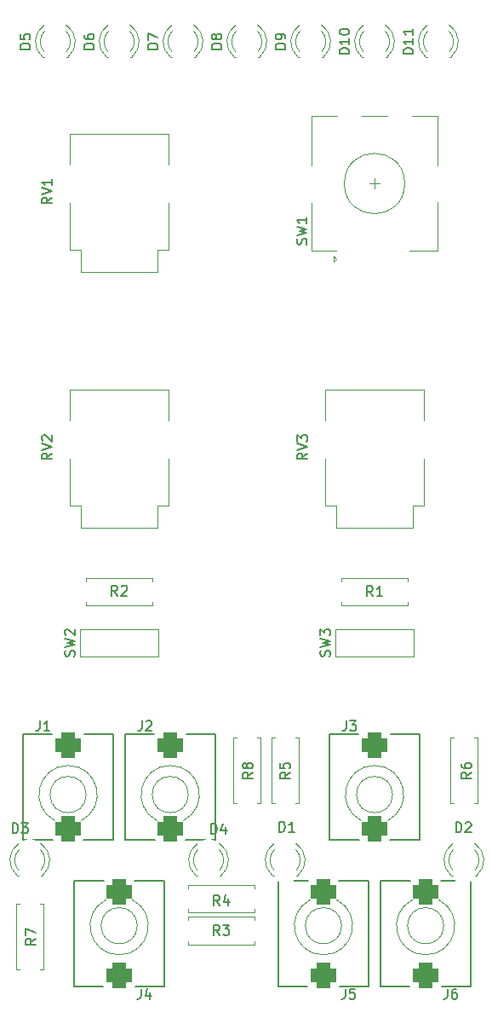
<source format=gbr>
%TF.GenerationSoftware,KiCad,Pcbnew,7.0.2*%
%TF.CreationDate,2023-04-23T21:02:48-07:00*%
%TF.ProjectId,rng_pcb_front,726e675f-7063-4625-9f66-726f6e742e6b,v2.0*%
%TF.SameCoordinates,Original*%
%TF.FileFunction,Legend,Top*%
%TF.FilePolarity,Positive*%
%FSLAX46Y46*%
G04 Gerber Fmt 4.6, Leading zero omitted, Abs format (unit mm)*
G04 Created by KiCad (PCBNEW 7.0.2) date 2023-04-23 21:02:48*
%MOMM*%
%LPD*%
G01*
G04 APERTURE LIST*
G04 Aperture macros list*
%AMRoundRect*
0 Rectangle with rounded corners*
0 $1 Rounding radius*
0 $2 $3 $4 $5 $6 $7 $8 $9 X,Y pos of 4 corners*
0 Add a 4 corners polygon primitive as box body*
4,1,4,$2,$3,$4,$5,$6,$7,$8,$9,$2,$3,0*
0 Add four circle primitives for the rounded corners*
1,1,$1+$1,$2,$3*
1,1,$1+$1,$4,$5*
1,1,$1+$1,$6,$7*
1,1,$1+$1,$8,$9*
0 Add four rect primitives between the rounded corners*
20,1,$1+$1,$2,$3,$4,$5,0*
20,1,$1+$1,$4,$5,$6,$7,0*
20,1,$1+$1,$6,$7,$8,$9,0*
20,1,$1+$1,$8,$9,$2,$3,0*%
G04 Aperture macros list end*
%ADD10C,0.150000*%
%ADD11C,0.120000*%
%ADD12C,0.200000*%
%ADD13R,1.800000X1.800000*%
%ADD14C,1.800000*%
%ADD15O,3.100000X2.100000*%
%ADD16RoundRect,0.650000X0.650000X0.650000X-0.650000X0.650000X-0.650000X-0.650000X0.650000X-0.650000X0*%
%ADD17O,2.720000X3.240000*%
%ADD18R,2.000000X2.000000*%
%ADD19C,2.000000*%
%ADD20R,2.500000X3.000000*%
%ADD21C,1.600000*%
%ADD22O,1.600000X1.600000*%
%ADD23RoundRect,0.650000X-0.650000X-0.650000X0.650000X-0.650000X0.650000X0.650000X-0.650000X0.650000X0*%
%ADD24C,1.700000*%
%ADD25O,1.700000X1.700000*%
%ADD26R,1.700000X1.700000*%
G04 APERTURE END LIST*
D10*
%TO.C,D1*%
X54033574Y-133068066D02*
X54033574Y-132068066D01*
X54033574Y-132068066D02*
X54271669Y-132068066D01*
X54271669Y-132068066D02*
X54414526Y-132115685D01*
X54414526Y-132115685D02*
X54509764Y-132210923D01*
X54509764Y-132210923D02*
X54557383Y-132306161D01*
X54557383Y-132306161D02*
X54605002Y-132496637D01*
X54605002Y-132496637D02*
X54605002Y-132639494D01*
X54605002Y-132639494D02*
X54557383Y-132829970D01*
X54557383Y-132829970D02*
X54509764Y-132925208D01*
X54509764Y-132925208D02*
X54414526Y-133020447D01*
X54414526Y-133020447D02*
X54271669Y-133068066D01*
X54271669Y-133068066D02*
X54033574Y-133068066D01*
X55557383Y-133068066D02*
X54985955Y-133068066D01*
X55271669Y-133068066D02*
X55271669Y-132068066D01*
X55271669Y-132068066D02*
X55176431Y-132210923D01*
X55176431Y-132210923D02*
X55081193Y-132306161D01*
X55081193Y-132306161D02*
X54985955Y-132353780D01*
%TO.C,J4*%
X40266666Y-148662619D02*
X40266666Y-149376904D01*
X40266666Y-149376904D02*
X40219047Y-149519761D01*
X40219047Y-149519761D02*
X40123809Y-149615000D01*
X40123809Y-149615000D02*
X39980952Y-149662619D01*
X39980952Y-149662619D02*
X39885714Y-149662619D01*
X41171428Y-148995952D02*
X41171428Y-149662619D01*
X40933333Y-148615000D02*
X40695238Y-149329285D01*
X40695238Y-149329285D02*
X41314285Y-149329285D01*
%TO.C,RV3*%
X56822619Y-95485238D02*
X56346428Y-95818571D01*
X56822619Y-96056666D02*
X55822619Y-96056666D01*
X55822619Y-96056666D02*
X55822619Y-95675714D01*
X55822619Y-95675714D02*
X55870238Y-95580476D01*
X55870238Y-95580476D02*
X55917857Y-95532857D01*
X55917857Y-95532857D02*
X56013095Y-95485238D01*
X56013095Y-95485238D02*
X56155952Y-95485238D01*
X56155952Y-95485238D02*
X56251190Y-95532857D01*
X56251190Y-95532857D02*
X56298809Y-95580476D01*
X56298809Y-95580476D02*
X56346428Y-95675714D01*
X56346428Y-95675714D02*
X56346428Y-96056666D01*
X55822619Y-95199523D02*
X56822619Y-94866190D01*
X56822619Y-94866190D02*
X55822619Y-94532857D01*
X55822619Y-94294761D02*
X55822619Y-93675714D01*
X55822619Y-93675714D02*
X56203571Y-94009047D01*
X56203571Y-94009047D02*
X56203571Y-93866190D01*
X56203571Y-93866190D02*
X56251190Y-93770952D01*
X56251190Y-93770952D02*
X56298809Y-93723333D01*
X56298809Y-93723333D02*
X56394047Y-93675714D01*
X56394047Y-93675714D02*
X56632142Y-93675714D01*
X56632142Y-93675714D02*
X56727380Y-93723333D01*
X56727380Y-93723333D02*
X56775000Y-93770952D01*
X56775000Y-93770952D02*
X56822619Y-93866190D01*
X56822619Y-93866190D02*
X56822619Y-94151904D01*
X56822619Y-94151904D02*
X56775000Y-94247142D01*
X56775000Y-94247142D02*
X56727380Y-94294761D01*
%TO.C,D4*%
X47249242Y-133293350D02*
X47249242Y-132293350D01*
X47249242Y-132293350D02*
X47487337Y-132293350D01*
X47487337Y-132293350D02*
X47630194Y-132340969D01*
X47630194Y-132340969D02*
X47725432Y-132436207D01*
X47725432Y-132436207D02*
X47773051Y-132531445D01*
X47773051Y-132531445D02*
X47820670Y-132721921D01*
X47820670Y-132721921D02*
X47820670Y-132864778D01*
X47820670Y-132864778D02*
X47773051Y-133055254D01*
X47773051Y-133055254D02*
X47725432Y-133150492D01*
X47725432Y-133150492D02*
X47630194Y-133245731D01*
X47630194Y-133245731D02*
X47487337Y-133293350D01*
X47487337Y-133293350D02*
X47249242Y-133293350D01*
X48677813Y-132626683D02*
X48677813Y-133293350D01*
X48439718Y-132245731D02*
X48201623Y-132960016D01*
X48201623Y-132960016D02*
X48820670Y-132960016D01*
%TO.C,J6*%
X70746666Y-148662619D02*
X70746666Y-149376904D01*
X70746666Y-149376904D02*
X70699047Y-149519761D01*
X70699047Y-149519761D02*
X70603809Y-149615000D01*
X70603809Y-149615000D02*
X70460952Y-149662619D01*
X70460952Y-149662619D02*
X70365714Y-149662619D01*
X71651428Y-148662619D02*
X71460952Y-148662619D01*
X71460952Y-148662619D02*
X71365714Y-148710238D01*
X71365714Y-148710238D02*
X71318095Y-148757857D01*
X71318095Y-148757857D02*
X71222857Y-148900714D01*
X71222857Y-148900714D02*
X71175238Y-149091190D01*
X71175238Y-149091190D02*
X71175238Y-149472142D01*
X71175238Y-149472142D02*
X71222857Y-149567380D01*
X71222857Y-149567380D02*
X71270476Y-149615000D01*
X71270476Y-149615000D02*
X71365714Y-149662619D01*
X71365714Y-149662619D02*
X71556190Y-149662619D01*
X71556190Y-149662619D02*
X71651428Y-149615000D01*
X71651428Y-149615000D02*
X71699047Y-149567380D01*
X71699047Y-149567380D02*
X71746666Y-149472142D01*
X71746666Y-149472142D02*
X71746666Y-149234047D01*
X71746666Y-149234047D02*
X71699047Y-149138809D01*
X71699047Y-149138809D02*
X71651428Y-149091190D01*
X71651428Y-149091190D02*
X71556190Y-149043571D01*
X71556190Y-149043571D02*
X71365714Y-149043571D01*
X71365714Y-149043571D02*
X71270476Y-149091190D01*
X71270476Y-149091190D02*
X71222857Y-149138809D01*
X71222857Y-149138809D02*
X71175238Y-149234047D01*
%TO.C,SW1*%
X56715000Y-74733332D02*
X56762619Y-74590475D01*
X56762619Y-74590475D02*
X56762619Y-74352380D01*
X56762619Y-74352380D02*
X56715000Y-74257142D01*
X56715000Y-74257142D02*
X56667380Y-74209523D01*
X56667380Y-74209523D02*
X56572142Y-74161904D01*
X56572142Y-74161904D02*
X56476904Y-74161904D01*
X56476904Y-74161904D02*
X56381666Y-74209523D01*
X56381666Y-74209523D02*
X56334047Y-74257142D01*
X56334047Y-74257142D02*
X56286428Y-74352380D01*
X56286428Y-74352380D02*
X56238809Y-74542856D01*
X56238809Y-74542856D02*
X56191190Y-74638094D01*
X56191190Y-74638094D02*
X56143571Y-74685713D01*
X56143571Y-74685713D02*
X56048333Y-74733332D01*
X56048333Y-74733332D02*
X55953095Y-74733332D01*
X55953095Y-74733332D02*
X55857857Y-74685713D01*
X55857857Y-74685713D02*
X55810238Y-74638094D01*
X55810238Y-74638094D02*
X55762619Y-74542856D01*
X55762619Y-74542856D02*
X55762619Y-74304761D01*
X55762619Y-74304761D02*
X55810238Y-74161904D01*
X55762619Y-73828570D02*
X56762619Y-73590475D01*
X56762619Y-73590475D02*
X56048333Y-73399999D01*
X56048333Y-73399999D02*
X56762619Y-73209523D01*
X56762619Y-73209523D02*
X55762619Y-72971428D01*
X56762619Y-72066666D02*
X56762619Y-72638094D01*
X56762619Y-72352380D02*
X55762619Y-72352380D01*
X55762619Y-72352380D02*
X55905476Y-72447618D01*
X55905476Y-72447618D02*
X56000714Y-72542856D01*
X56000714Y-72542856D02*
X56048333Y-72638094D01*
%TO.C,R1*%
X63333333Y-109682619D02*
X63000000Y-109206428D01*
X62761905Y-109682619D02*
X62761905Y-108682619D01*
X62761905Y-108682619D02*
X63142857Y-108682619D01*
X63142857Y-108682619D02*
X63238095Y-108730238D01*
X63238095Y-108730238D02*
X63285714Y-108777857D01*
X63285714Y-108777857D02*
X63333333Y-108873095D01*
X63333333Y-108873095D02*
X63333333Y-109015952D01*
X63333333Y-109015952D02*
X63285714Y-109111190D01*
X63285714Y-109111190D02*
X63238095Y-109158809D01*
X63238095Y-109158809D02*
X63142857Y-109206428D01*
X63142857Y-109206428D02*
X62761905Y-109206428D01*
X64285714Y-109682619D02*
X63714286Y-109682619D01*
X64000000Y-109682619D02*
X64000000Y-108682619D01*
X64000000Y-108682619D02*
X63904762Y-108825476D01*
X63904762Y-108825476D02*
X63809524Y-108920714D01*
X63809524Y-108920714D02*
X63714286Y-108968333D01*
%TO.C,RV1*%
X31422619Y-70085238D02*
X30946428Y-70418571D01*
X31422619Y-70656666D02*
X30422619Y-70656666D01*
X30422619Y-70656666D02*
X30422619Y-70275714D01*
X30422619Y-70275714D02*
X30470238Y-70180476D01*
X30470238Y-70180476D02*
X30517857Y-70132857D01*
X30517857Y-70132857D02*
X30613095Y-70085238D01*
X30613095Y-70085238D02*
X30755952Y-70085238D01*
X30755952Y-70085238D02*
X30851190Y-70132857D01*
X30851190Y-70132857D02*
X30898809Y-70180476D01*
X30898809Y-70180476D02*
X30946428Y-70275714D01*
X30946428Y-70275714D02*
X30946428Y-70656666D01*
X30422619Y-69799523D02*
X31422619Y-69466190D01*
X31422619Y-69466190D02*
X30422619Y-69132857D01*
X31422619Y-68275714D02*
X31422619Y-68847142D01*
X31422619Y-68561428D02*
X30422619Y-68561428D01*
X30422619Y-68561428D02*
X30565476Y-68656666D01*
X30565476Y-68656666D02*
X30660714Y-68751904D01*
X30660714Y-68751904D02*
X30708333Y-68847142D01*
%TO.C,D3*%
X27488027Y-133211360D02*
X27488027Y-132211360D01*
X27488027Y-132211360D02*
X27726122Y-132211360D01*
X27726122Y-132211360D02*
X27868979Y-132258979D01*
X27868979Y-132258979D02*
X27964217Y-132354217D01*
X27964217Y-132354217D02*
X28011836Y-132449455D01*
X28011836Y-132449455D02*
X28059455Y-132639931D01*
X28059455Y-132639931D02*
X28059455Y-132782788D01*
X28059455Y-132782788D02*
X28011836Y-132973264D01*
X28011836Y-132973264D02*
X27964217Y-133068502D01*
X27964217Y-133068502D02*
X27868979Y-133163741D01*
X27868979Y-133163741D02*
X27726122Y-133211360D01*
X27726122Y-133211360D02*
X27488027Y-133211360D01*
X28392789Y-132211360D02*
X29011836Y-132211360D01*
X29011836Y-132211360D02*
X28678503Y-132592312D01*
X28678503Y-132592312D02*
X28821360Y-132592312D01*
X28821360Y-132592312D02*
X28916598Y-132639931D01*
X28916598Y-132639931D02*
X28964217Y-132687550D01*
X28964217Y-132687550D02*
X29011836Y-132782788D01*
X29011836Y-132782788D02*
X29011836Y-133020883D01*
X29011836Y-133020883D02*
X28964217Y-133116121D01*
X28964217Y-133116121D02*
X28916598Y-133163741D01*
X28916598Y-133163741D02*
X28821360Y-133211360D01*
X28821360Y-133211360D02*
X28535646Y-133211360D01*
X28535646Y-133211360D02*
X28440408Y-133163741D01*
X28440408Y-133163741D02*
X28392789Y-133116121D01*
%TO.C,D10*%
X61002619Y-55824285D02*
X60002619Y-55824285D01*
X60002619Y-55824285D02*
X60002619Y-55586190D01*
X60002619Y-55586190D02*
X60050238Y-55443333D01*
X60050238Y-55443333D02*
X60145476Y-55348095D01*
X60145476Y-55348095D02*
X60240714Y-55300476D01*
X60240714Y-55300476D02*
X60431190Y-55252857D01*
X60431190Y-55252857D02*
X60574047Y-55252857D01*
X60574047Y-55252857D02*
X60764523Y-55300476D01*
X60764523Y-55300476D02*
X60859761Y-55348095D01*
X60859761Y-55348095D02*
X60955000Y-55443333D01*
X60955000Y-55443333D02*
X61002619Y-55586190D01*
X61002619Y-55586190D02*
X61002619Y-55824285D01*
X61002619Y-54300476D02*
X61002619Y-54871904D01*
X61002619Y-54586190D02*
X60002619Y-54586190D01*
X60002619Y-54586190D02*
X60145476Y-54681428D01*
X60145476Y-54681428D02*
X60240714Y-54776666D01*
X60240714Y-54776666D02*
X60288333Y-54871904D01*
X60002619Y-53681428D02*
X60002619Y-53586190D01*
X60002619Y-53586190D02*
X60050238Y-53490952D01*
X60050238Y-53490952D02*
X60097857Y-53443333D01*
X60097857Y-53443333D02*
X60193095Y-53395714D01*
X60193095Y-53395714D02*
X60383571Y-53348095D01*
X60383571Y-53348095D02*
X60621666Y-53348095D01*
X60621666Y-53348095D02*
X60812142Y-53395714D01*
X60812142Y-53395714D02*
X60907380Y-53443333D01*
X60907380Y-53443333D02*
X60955000Y-53490952D01*
X60955000Y-53490952D02*
X61002619Y-53586190D01*
X61002619Y-53586190D02*
X61002619Y-53681428D01*
X61002619Y-53681428D02*
X60955000Y-53776666D01*
X60955000Y-53776666D02*
X60907380Y-53824285D01*
X60907380Y-53824285D02*
X60812142Y-53871904D01*
X60812142Y-53871904D02*
X60621666Y-53919523D01*
X60621666Y-53919523D02*
X60383571Y-53919523D01*
X60383571Y-53919523D02*
X60193095Y-53871904D01*
X60193095Y-53871904D02*
X60097857Y-53824285D01*
X60097857Y-53824285D02*
X60050238Y-53776666D01*
X60050238Y-53776666D02*
X60002619Y-53681428D01*
%TO.C,R6*%
X73117619Y-127166666D02*
X72641428Y-127499999D01*
X73117619Y-127738094D02*
X72117619Y-127738094D01*
X72117619Y-127738094D02*
X72117619Y-127357142D01*
X72117619Y-127357142D02*
X72165238Y-127261904D01*
X72165238Y-127261904D02*
X72212857Y-127214285D01*
X72212857Y-127214285D02*
X72308095Y-127166666D01*
X72308095Y-127166666D02*
X72450952Y-127166666D01*
X72450952Y-127166666D02*
X72546190Y-127214285D01*
X72546190Y-127214285D02*
X72593809Y-127261904D01*
X72593809Y-127261904D02*
X72641428Y-127357142D01*
X72641428Y-127357142D02*
X72641428Y-127738094D01*
X72117619Y-126309523D02*
X72117619Y-126499999D01*
X72117619Y-126499999D02*
X72165238Y-126595237D01*
X72165238Y-126595237D02*
X72212857Y-126642856D01*
X72212857Y-126642856D02*
X72355714Y-126738094D01*
X72355714Y-126738094D02*
X72546190Y-126785713D01*
X72546190Y-126785713D02*
X72927142Y-126785713D01*
X72927142Y-126785713D02*
X73022380Y-126738094D01*
X73022380Y-126738094D02*
X73070000Y-126690475D01*
X73070000Y-126690475D02*
X73117619Y-126595237D01*
X73117619Y-126595237D02*
X73117619Y-126404761D01*
X73117619Y-126404761D02*
X73070000Y-126309523D01*
X73070000Y-126309523D02*
X73022380Y-126261904D01*
X73022380Y-126261904D02*
X72927142Y-126214285D01*
X72927142Y-126214285D02*
X72689047Y-126214285D01*
X72689047Y-126214285D02*
X72593809Y-126261904D01*
X72593809Y-126261904D02*
X72546190Y-126309523D01*
X72546190Y-126309523D02*
X72498571Y-126404761D01*
X72498571Y-126404761D02*
X72498571Y-126595237D01*
X72498571Y-126595237D02*
X72546190Y-126690475D01*
X72546190Y-126690475D02*
X72593809Y-126738094D01*
X72593809Y-126738094D02*
X72689047Y-126785713D01*
%TO.C,R8*%
X51372619Y-127166666D02*
X50896428Y-127499999D01*
X51372619Y-127738094D02*
X50372619Y-127738094D01*
X50372619Y-127738094D02*
X50372619Y-127357142D01*
X50372619Y-127357142D02*
X50420238Y-127261904D01*
X50420238Y-127261904D02*
X50467857Y-127214285D01*
X50467857Y-127214285D02*
X50563095Y-127166666D01*
X50563095Y-127166666D02*
X50705952Y-127166666D01*
X50705952Y-127166666D02*
X50801190Y-127214285D01*
X50801190Y-127214285D02*
X50848809Y-127261904D01*
X50848809Y-127261904D02*
X50896428Y-127357142D01*
X50896428Y-127357142D02*
X50896428Y-127738094D01*
X50801190Y-126595237D02*
X50753571Y-126690475D01*
X50753571Y-126690475D02*
X50705952Y-126738094D01*
X50705952Y-126738094D02*
X50610714Y-126785713D01*
X50610714Y-126785713D02*
X50563095Y-126785713D01*
X50563095Y-126785713D02*
X50467857Y-126738094D01*
X50467857Y-126738094D02*
X50420238Y-126690475D01*
X50420238Y-126690475D02*
X50372619Y-126595237D01*
X50372619Y-126595237D02*
X50372619Y-126404761D01*
X50372619Y-126404761D02*
X50420238Y-126309523D01*
X50420238Y-126309523D02*
X50467857Y-126261904D01*
X50467857Y-126261904D02*
X50563095Y-126214285D01*
X50563095Y-126214285D02*
X50610714Y-126214285D01*
X50610714Y-126214285D02*
X50705952Y-126261904D01*
X50705952Y-126261904D02*
X50753571Y-126309523D01*
X50753571Y-126309523D02*
X50801190Y-126404761D01*
X50801190Y-126404761D02*
X50801190Y-126595237D01*
X50801190Y-126595237D02*
X50848809Y-126690475D01*
X50848809Y-126690475D02*
X50896428Y-126738094D01*
X50896428Y-126738094D02*
X50991666Y-126785713D01*
X50991666Y-126785713D02*
X51182142Y-126785713D01*
X51182142Y-126785713D02*
X51277380Y-126738094D01*
X51277380Y-126738094D02*
X51325000Y-126690475D01*
X51325000Y-126690475D02*
X51372619Y-126595237D01*
X51372619Y-126595237D02*
X51372619Y-126404761D01*
X51372619Y-126404761D02*
X51325000Y-126309523D01*
X51325000Y-126309523D02*
X51277380Y-126261904D01*
X51277380Y-126261904D02*
X51182142Y-126214285D01*
X51182142Y-126214285D02*
X50991666Y-126214285D01*
X50991666Y-126214285D02*
X50896428Y-126261904D01*
X50896428Y-126261904D02*
X50848809Y-126309523D01*
X50848809Y-126309523D02*
X50801190Y-126404761D01*
%TO.C,R2*%
X37933333Y-109622619D02*
X37600000Y-109146428D01*
X37361905Y-109622619D02*
X37361905Y-108622619D01*
X37361905Y-108622619D02*
X37742857Y-108622619D01*
X37742857Y-108622619D02*
X37838095Y-108670238D01*
X37838095Y-108670238D02*
X37885714Y-108717857D01*
X37885714Y-108717857D02*
X37933333Y-108813095D01*
X37933333Y-108813095D02*
X37933333Y-108955952D01*
X37933333Y-108955952D02*
X37885714Y-109051190D01*
X37885714Y-109051190D02*
X37838095Y-109098809D01*
X37838095Y-109098809D02*
X37742857Y-109146428D01*
X37742857Y-109146428D02*
X37361905Y-109146428D01*
X38314286Y-108717857D02*
X38361905Y-108670238D01*
X38361905Y-108670238D02*
X38457143Y-108622619D01*
X38457143Y-108622619D02*
X38695238Y-108622619D01*
X38695238Y-108622619D02*
X38790476Y-108670238D01*
X38790476Y-108670238D02*
X38838095Y-108717857D01*
X38838095Y-108717857D02*
X38885714Y-108813095D01*
X38885714Y-108813095D02*
X38885714Y-108908333D01*
X38885714Y-108908333D02*
X38838095Y-109051190D01*
X38838095Y-109051190D02*
X38266667Y-109622619D01*
X38266667Y-109622619D02*
X38885714Y-109622619D01*
%TO.C,D6*%
X35602619Y-55348094D02*
X34602619Y-55348094D01*
X34602619Y-55348094D02*
X34602619Y-55109999D01*
X34602619Y-55109999D02*
X34650238Y-54967142D01*
X34650238Y-54967142D02*
X34745476Y-54871904D01*
X34745476Y-54871904D02*
X34840714Y-54824285D01*
X34840714Y-54824285D02*
X35031190Y-54776666D01*
X35031190Y-54776666D02*
X35174047Y-54776666D01*
X35174047Y-54776666D02*
X35364523Y-54824285D01*
X35364523Y-54824285D02*
X35459761Y-54871904D01*
X35459761Y-54871904D02*
X35555000Y-54967142D01*
X35555000Y-54967142D02*
X35602619Y-55109999D01*
X35602619Y-55109999D02*
X35602619Y-55348094D01*
X34602619Y-53919523D02*
X34602619Y-54109999D01*
X34602619Y-54109999D02*
X34650238Y-54205237D01*
X34650238Y-54205237D02*
X34697857Y-54252856D01*
X34697857Y-54252856D02*
X34840714Y-54348094D01*
X34840714Y-54348094D02*
X35031190Y-54395713D01*
X35031190Y-54395713D02*
X35412142Y-54395713D01*
X35412142Y-54395713D02*
X35507380Y-54348094D01*
X35507380Y-54348094D02*
X35555000Y-54300475D01*
X35555000Y-54300475D02*
X35602619Y-54205237D01*
X35602619Y-54205237D02*
X35602619Y-54014761D01*
X35602619Y-54014761D02*
X35555000Y-53919523D01*
X35555000Y-53919523D02*
X35507380Y-53871904D01*
X35507380Y-53871904D02*
X35412142Y-53824285D01*
X35412142Y-53824285D02*
X35174047Y-53824285D01*
X35174047Y-53824285D02*
X35078809Y-53871904D01*
X35078809Y-53871904D02*
X35031190Y-53919523D01*
X35031190Y-53919523D02*
X34983571Y-54014761D01*
X34983571Y-54014761D02*
X34983571Y-54205237D01*
X34983571Y-54205237D02*
X35031190Y-54300475D01*
X35031190Y-54300475D02*
X35078809Y-54348094D01*
X35078809Y-54348094D02*
X35174047Y-54395713D01*
%TO.C,J1*%
X30186666Y-122042619D02*
X30186666Y-122756904D01*
X30186666Y-122756904D02*
X30139047Y-122899761D01*
X30139047Y-122899761D02*
X30043809Y-122995000D01*
X30043809Y-122995000D02*
X29900952Y-123042619D01*
X29900952Y-123042619D02*
X29805714Y-123042619D01*
X31186666Y-123042619D02*
X30615238Y-123042619D01*
X30900952Y-123042619D02*
X30900952Y-122042619D01*
X30900952Y-122042619D02*
X30805714Y-122185476D01*
X30805714Y-122185476D02*
X30710476Y-122280714D01*
X30710476Y-122280714D02*
X30615238Y-122328333D01*
%TO.C,RV2*%
X31422619Y-95485238D02*
X30946428Y-95818571D01*
X31422619Y-96056666D02*
X30422619Y-96056666D01*
X30422619Y-96056666D02*
X30422619Y-95675714D01*
X30422619Y-95675714D02*
X30470238Y-95580476D01*
X30470238Y-95580476D02*
X30517857Y-95532857D01*
X30517857Y-95532857D02*
X30613095Y-95485238D01*
X30613095Y-95485238D02*
X30755952Y-95485238D01*
X30755952Y-95485238D02*
X30851190Y-95532857D01*
X30851190Y-95532857D02*
X30898809Y-95580476D01*
X30898809Y-95580476D02*
X30946428Y-95675714D01*
X30946428Y-95675714D02*
X30946428Y-96056666D01*
X30422619Y-95199523D02*
X31422619Y-94866190D01*
X31422619Y-94866190D02*
X30422619Y-94532857D01*
X30517857Y-94247142D02*
X30470238Y-94199523D01*
X30470238Y-94199523D02*
X30422619Y-94104285D01*
X30422619Y-94104285D02*
X30422619Y-93866190D01*
X30422619Y-93866190D02*
X30470238Y-93770952D01*
X30470238Y-93770952D02*
X30517857Y-93723333D01*
X30517857Y-93723333D02*
X30613095Y-93675714D01*
X30613095Y-93675714D02*
X30708333Y-93675714D01*
X30708333Y-93675714D02*
X30851190Y-93723333D01*
X30851190Y-93723333D02*
X31422619Y-94294761D01*
X31422619Y-94294761D02*
X31422619Y-93675714D01*
%TO.C,D5*%
X29252619Y-55348094D02*
X28252619Y-55348094D01*
X28252619Y-55348094D02*
X28252619Y-55109999D01*
X28252619Y-55109999D02*
X28300238Y-54967142D01*
X28300238Y-54967142D02*
X28395476Y-54871904D01*
X28395476Y-54871904D02*
X28490714Y-54824285D01*
X28490714Y-54824285D02*
X28681190Y-54776666D01*
X28681190Y-54776666D02*
X28824047Y-54776666D01*
X28824047Y-54776666D02*
X29014523Y-54824285D01*
X29014523Y-54824285D02*
X29109761Y-54871904D01*
X29109761Y-54871904D02*
X29205000Y-54967142D01*
X29205000Y-54967142D02*
X29252619Y-55109999D01*
X29252619Y-55109999D02*
X29252619Y-55348094D01*
X28252619Y-53871904D02*
X28252619Y-54348094D01*
X28252619Y-54348094D02*
X28728809Y-54395713D01*
X28728809Y-54395713D02*
X28681190Y-54348094D01*
X28681190Y-54348094D02*
X28633571Y-54252856D01*
X28633571Y-54252856D02*
X28633571Y-54014761D01*
X28633571Y-54014761D02*
X28681190Y-53919523D01*
X28681190Y-53919523D02*
X28728809Y-53871904D01*
X28728809Y-53871904D02*
X28824047Y-53824285D01*
X28824047Y-53824285D02*
X29062142Y-53824285D01*
X29062142Y-53824285D02*
X29157380Y-53871904D01*
X29157380Y-53871904D02*
X29205000Y-53919523D01*
X29205000Y-53919523D02*
X29252619Y-54014761D01*
X29252619Y-54014761D02*
X29252619Y-54252856D01*
X29252619Y-54252856D02*
X29205000Y-54348094D01*
X29205000Y-54348094D02*
X29157380Y-54395713D01*
%TO.C,D2*%
X71600202Y-133129370D02*
X71600202Y-132129370D01*
X71600202Y-132129370D02*
X71838297Y-132129370D01*
X71838297Y-132129370D02*
X71981154Y-132176989D01*
X71981154Y-132176989D02*
X72076392Y-132272227D01*
X72076392Y-132272227D02*
X72124011Y-132367465D01*
X72124011Y-132367465D02*
X72171630Y-132557941D01*
X72171630Y-132557941D02*
X72171630Y-132700798D01*
X72171630Y-132700798D02*
X72124011Y-132891274D01*
X72124011Y-132891274D02*
X72076392Y-132986512D01*
X72076392Y-132986512D02*
X71981154Y-133081751D01*
X71981154Y-133081751D02*
X71838297Y-133129370D01*
X71838297Y-133129370D02*
X71600202Y-133129370D01*
X72552583Y-132224608D02*
X72600202Y-132176989D01*
X72600202Y-132176989D02*
X72695440Y-132129370D01*
X72695440Y-132129370D02*
X72933535Y-132129370D01*
X72933535Y-132129370D02*
X73028773Y-132176989D01*
X73028773Y-132176989D02*
X73076392Y-132224608D01*
X73076392Y-132224608D02*
X73124011Y-132319846D01*
X73124011Y-132319846D02*
X73124011Y-132415084D01*
X73124011Y-132415084D02*
X73076392Y-132557941D01*
X73076392Y-132557941D02*
X72504964Y-133129370D01*
X72504964Y-133129370D02*
X73124011Y-133129370D01*
%TO.C,R4*%
X48093333Y-140377619D02*
X47760000Y-139901428D01*
X47521905Y-140377619D02*
X47521905Y-139377619D01*
X47521905Y-139377619D02*
X47902857Y-139377619D01*
X47902857Y-139377619D02*
X47998095Y-139425238D01*
X47998095Y-139425238D02*
X48045714Y-139472857D01*
X48045714Y-139472857D02*
X48093333Y-139568095D01*
X48093333Y-139568095D02*
X48093333Y-139710952D01*
X48093333Y-139710952D02*
X48045714Y-139806190D01*
X48045714Y-139806190D02*
X47998095Y-139853809D01*
X47998095Y-139853809D02*
X47902857Y-139901428D01*
X47902857Y-139901428D02*
X47521905Y-139901428D01*
X48950476Y-139710952D02*
X48950476Y-140377619D01*
X48712381Y-139330000D02*
X48474286Y-140044285D01*
X48474286Y-140044285D02*
X49093333Y-140044285D01*
%TO.C,D11*%
X67352619Y-55824285D02*
X66352619Y-55824285D01*
X66352619Y-55824285D02*
X66352619Y-55586190D01*
X66352619Y-55586190D02*
X66400238Y-55443333D01*
X66400238Y-55443333D02*
X66495476Y-55348095D01*
X66495476Y-55348095D02*
X66590714Y-55300476D01*
X66590714Y-55300476D02*
X66781190Y-55252857D01*
X66781190Y-55252857D02*
X66924047Y-55252857D01*
X66924047Y-55252857D02*
X67114523Y-55300476D01*
X67114523Y-55300476D02*
X67209761Y-55348095D01*
X67209761Y-55348095D02*
X67305000Y-55443333D01*
X67305000Y-55443333D02*
X67352619Y-55586190D01*
X67352619Y-55586190D02*
X67352619Y-55824285D01*
X67352619Y-54300476D02*
X67352619Y-54871904D01*
X67352619Y-54586190D02*
X66352619Y-54586190D01*
X66352619Y-54586190D02*
X66495476Y-54681428D01*
X66495476Y-54681428D02*
X66590714Y-54776666D01*
X66590714Y-54776666D02*
X66638333Y-54871904D01*
X67352619Y-53348095D02*
X67352619Y-53919523D01*
X67352619Y-53633809D02*
X66352619Y-53633809D01*
X66352619Y-53633809D02*
X66495476Y-53729047D01*
X66495476Y-53729047D02*
X66590714Y-53824285D01*
X66590714Y-53824285D02*
X66638333Y-53919523D01*
%TO.C,R3*%
X48093333Y-143337619D02*
X47760000Y-142861428D01*
X47521905Y-143337619D02*
X47521905Y-142337619D01*
X47521905Y-142337619D02*
X47902857Y-142337619D01*
X47902857Y-142337619D02*
X47998095Y-142385238D01*
X47998095Y-142385238D02*
X48045714Y-142432857D01*
X48045714Y-142432857D02*
X48093333Y-142528095D01*
X48093333Y-142528095D02*
X48093333Y-142670952D01*
X48093333Y-142670952D02*
X48045714Y-142766190D01*
X48045714Y-142766190D02*
X47998095Y-142813809D01*
X47998095Y-142813809D02*
X47902857Y-142861428D01*
X47902857Y-142861428D02*
X47521905Y-142861428D01*
X48426667Y-142337619D02*
X49045714Y-142337619D01*
X49045714Y-142337619D02*
X48712381Y-142718571D01*
X48712381Y-142718571D02*
X48855238Y-142718571D01*
X48855238Y-142718571D02*
X48950476Y-142766190D01*
X48950476Y-142766190D02*
X48998095Y-142813809D01*
X48998095Y-142813809D02*
X49045714Y-142909047D01*
X49045714Y-142909047D02*
X49045714Y-143147142D01*
X49045714Y-143147142D02*
X48998095Y-143242380D01*
X48998095Y-143242380D02*
X48950476Y-143290000D01*
X48950476Y-143290000D02*
X48855238Y-143337619D01*
X48855238Y-143337619D02*
X48569524Y-143337619D01*
X48569524Y-143337619D02*
X48474286Y-143290000D01*
X48474286Y-143290000D02*
X48426667Y-143242380D01*
%TO.C,J5*%
X60586666Y-148662619D02*
X60586666Y-149376904D01*
X60586666Y-149376904D02*
X60539047Y-149519761D01*
X60539047Y-149519761D02*
X60443809Y-149615000D01*
X60443809Y-149615000D02*
X60300952Y-149662619D01*
X60300952Y-149662619D02*
X60205714Y-149662619D01*
X61539047Y-148662619D02*
X61062857Y-148662619D01*
X61062857Y-148662619D02*
X61015238Y-149138809D01*
X61015238Y-149138809D02*
X61062857Y-149091190D01*
X61062857Y-149091190D02*
X61158095Y-149043571D01*
X61158095Y-149043571D02*
X61396190Y-149043571D01*
X61396190Y-149043571D02*
X61491428Y-149091190D01*
X61491428Y-149091190D02*
X61539047Y-149138809D01*
X61539047Y-149138809D02*
X61586666Y-149234047D01*
X61586666Y-149234047D02*
X61586666Y-149472142D01*
X61586666Y-149472142D02*
X61539047Y-149567380D01*
X61539047Y-149567380D02*
X61491428Y-149615000D01*
X61491428Y-149615000D02*
X61396190Y-149662619D01*
X61396190Y-149662619D02*
X61158095Y-149662619D01*
X61158095Y-149662619D02*
X61062857Y-149615000D01*
X61062857Y-149615000D02*
X61015238Y-149567380D01*
%TO.C,D8*%
X48302619Y-55348094D02*
X47302619Y-55348094D01*
X47302619Y-55348094D02*
X47302619Y-55109999D01*
X47302619Y-55109999D02*
X47350238Y-54967142D01*
X47350238Y-54967142D02*
X47445476Y-54871904D01*
X47445476Y-54871904D02*
X47540714Y-54824285D01*
X47540714Y-54824285D02*
X47731190Y-54776666D01*
X47731190Y-54776666D02*
X47874047Y-54776666D01*
X47874047Y-54776666D02*
X48064523Y-54824285D01*
X48064523Y-54824285D02*
X48159761Y-54871904D01*
X48159761Y-54871904D02*
X48255000Y-54967142D01*
X48255000Y-54967142D02*
X48302619Y-55109999D01*
X48302619Y-55109999D02*
X48302619Y-55348094D01*
X47731190Y-54205237D02*
X47683571Y-54300475D01*
X47683571Y-54300475D02*
X47635952Y-54348094D01*
X47635952Y-54348094D02*
X47540714Y-54395713D01*
X47540714Y-54395713D02*
X47493095Y-54395713D01*
X47493095Y-54395713D02*
X47397857Y-54348094D01*
X47397857Y-54348094D02*
X47350238Y-54300475D01*
X47350238Y-54300475D02*
X47302619Y-54205237D01*
X47302619Y-54205237D02*
X47302619Y-54014761D01*
X47302619Y-54014761D02*
X47350238Y-53919523D01*
X47350238Y-53919523D02*
X47397857Y-53871904D01*
X47397857Y-53871904D02*
X47493095Y-53824285D01*
X47493095Y-53824285D02*
X47540714Y-53824285D01*
X47540714Y-53824285D02*
X47635952Y-53871904D01*
X47635952Y-53871904D02*
X47683571Y-53919523D01*
X47683571Y-53919523D02*
X47731190Y-54014761D01*
X47731190Y-54014761D02*
X47731190Y-54205237D01*
X47731190Y-54205237D02*
X47778809Y-54300475D01*
X47778809Y-54300475D02*
X47826428Y-54348094D01*
X47826428Y-54348094D02*
X47921666Y-54395713D01*
X47921666Y-54395713D02*
X48112142Y-54395713D01*
X48112142Y-54395713D02*
X48207380Y-54348094D01*
X48207380Y-54348094D02*
X48255000Y-54300475D01*
X48255000Y-54300475D02*
X48302619Y-54205237D01*
X48302619Y-54205237D02*
X48302619Y-54014761D01*
X48302619Y-54014761D02*
X48255000Y-53919523D01*
X48255000Y-53919523D02*
X48207380Y-53871904D01*
X48207380Y-53871904D02*
X48112142Y-53824285D01*
X48112142Y-53824285D02*
X47921666Y-53824285D01*
X47921666Y-53824285D02*
X47826428Y-53871904D01*
X47826428Y-53871904D02*
X47778809Y-53919523D01*
X47778809Y-53919523D02*
X47731190Y-54014761D01*
%TO.C,R5*%
X55097619Y-127166666D02*
X54621428Y-127499999D01*
X55097619Y-127738094D02*
X54097619Y-127738094D01*
X54097619Y-127738094D02*
X54097619Y-127357142D01*
X54097619Y-127357142D02*
X54145238Y-127261904D01*
X54145238Y-127261904D02*
X54192857Y-127214285D01*
X54192857Y-127214285D02*
X54288095Y-127166666D01*
X54288095Y-127166666D02*
X54430952Y-127166666D01*
X54430952Y-127166666D02*
X54526190Y-127214285D01*
X54526190Y-127214285D02*
X54573809Y-127261904D01*
X54573809Y-127261904D02*
X54621428Y-127357142D01*
X54621428Y-127357142D02*
X54621428Y-127738094D01*
X54097619Y-126261904D02*
X54097619Y-126738094D01*
X54097619Y-126738094D02*
X54573809Y-126785713D01*
X54573809Y-126785713D02*
X54526190Y-126738094D01*
X54526190Y-126738094D02*
X54478571Y-126642856D01*
X54478571Y-126642856D02*
X54478571Y-126404761D01*
X54478571Y-126404761D02*
X54526190Y-126309523D01*
X54526190Y-126309523D02*
X54573809Y-126261904D01*
X54573809Y-126261904D02*
X54669047Y-126214285D01*
X54669047Y-126214285D02*
X54907142Y-126214285D01*
X54907142Y-126214285D02*
X55002380Y-126261904D01*
X55002380Y-126261904D02*
X55050000Y-126309523D01*
X55050000Y-126309523D02*
X55097619Y-126404761D01*
X55097619Y-126404761D02*
X55097619Y-126642856D01*
X55097619Y-126642856D02*
X55050000Y-126738094D01*
X55050000Y-126738094D02*
X55002380Y-126785713D01*
%TO.C,J3*%
X60666666Y-122042619D02*
X60666666Y-122756904D01*
X60666666Y-122756904D02*
X60619047Y-122899761D01*
X60619047Y-122899761D02*
X60523809Y-122995000D01*
X60523809Y-122995000D02*
X60380952Y-123042619D01*
X60380952Y-123042619D02*
X60285714Y-123042619D01*
X61047619Y-122042619D02*
X61666666Y-122042619D01*
X61666666Y-122042619D02*
X61333333Y-122423571D01*
X61333333Y-122423571D02*
X61476190Y-122423571D01*
X61476190Y-122423571D02*
X61571428Y-122471190D01*
X61571428Y-122471190D02*
X61619047Y-122518809D01*
X61619047Y-122518809D02*
X61666666Y-122614047D01*
X61666666Y-122614047D02*
X61666666Y-122852142D01*
X61666666Y-122852142D02*
X61619047Y-122947380D01*
X61619047Y-122947380D02*
X61571428Y-122995000D01*
X61571428Y-122995000D02*
X61476190Y-123042619D01*
X61476190Y-123042619D02*
X61190476Y-123042619D01*
X61190476Y-123042619D02*
X61095238Y-122995000D01*
X61095238Y-122995000D02*
X61047619Y-122947380D01*
%TO.C,D9*%
X54652619Y-55348094D02*
X53652619Y-55348094D01*
X53652619Y-55348094D02*
X53652619Y-55109999D01*
X53652619Y-55109999D02*
X53700238Y-54967142D01*
X53700238Y-54967142D02*
X53795476Y-54871904D01*
X53795476Y-54871904D02*
X53890714Y-54824285D01*
X53890714Y-54824285D02*
X54081190Y-54776666D01*
X54081190Y-54776666D02*
X54224047Y-54776666D01*
X54224047Y-54776666D02*
X54414523Y-54824285D01*
X54414523Y-54824285D02*
X54509761Y-54871904D01*
X54509761Y-54871904D02*
X54605000Y-54967142D01*
X54605000Y-54967142D02*
X54652619Y-55109999D01*
X54652619Y-55109999D02*
X54652619Y-55348094D01*
X54652619Y-54300475D02*
X54652619Y-54109999D01*
X54652619Y-54109999D02*
X54605000Y-54014761D01*
X54605000Y-54014761D02*
X54557380Y-53967142D01*
X54557380Y-53967142D02*
X54414523Y-53871904D01*
X54414523Y-53871904D02*
X54224047Y-53824285D01*
X54224047Y-53824285D02*
X53843095Y-53824285D01*
X53843095Y-53824285D02*
X53747857Y-53871904D01*
X53747857Y-53871904D02*
X53700238Y-53919523D01*
X53700238Y-53919523D02*
X53652619Y-54014761D01*
X53652619Y-54014761D02*
X53652619Y-54205237D01*
X53652619Y-54205237D02*
X53700238Y-54300475D01*
X53700238Y-54300475D02*
X53747857Y-54348094D01*
X53747857Y-54348094D02*
X53843095Y-54395713D01*
X53843095Y-54395713D02*
X54081190Y-54395713D01*
X54081190Y-54395713D02*
X54176428Y-54348094D01*
X54176428Y-54348094D02*
X54224047Y-54300475D01*
X54224047Y-54300475D02*
X54271666Y-54205237D01*
X54271666Y-54205237D02*
X54271666Y-54014761D01*
X54271666Y-54014761D02*
X54224047Y-53919523D01*
X54224047Y-53919523D02*
X54176428Y-53871904D01*
X54176428Y-53871904D02*
X54081190Y-53824285D01*
%TO.C,SW2*%
X33645000Y-115633332D02*
X33692619Y-115490475D01*
X33692619Y-115490475D02*
X33692619Y-115252380D01*
X33692619Y-115252380D02*
X33645000Y-115157142D01*
X33645000Y-115157142D02*
X33597380Y-115109523D01*
X33597380Y-115109523D02*
X33502142Y-115061904D01*
X33502142Y-115061904D02*
X33406904Y-115061904D01*
X33406904Y-115061904D02*
X33311666Y-115109523D01*
X33311666Y-115109523D02*
X33264047Y-115157142D01*
X33264047Y-115157142D02*
X33216428Y-115252380D01*
X33216428Y-115252380D02*
X33168809Y-115442856D01*
X33168809Y-115442856D02*
X33121190Y-115538094D01*
X33121190Y-115538094D02*
X33073571Y-115585713D01*
X33073571Y-115585713D02*
X32978333Y-115633332D01*
X32978333Y-115633332D02*
X32883095Y-115633332D01*
X32883095Y-115633332D02*
X32787857Y-115585713D01*
X32787857Y-115585713D02*
X32740238Y-115538094D01*
X32740238Y-115538094D02*
X32692619Y-115442856D01*
X32692619Y-115442856D02*
X32692619Y-115204761D01*
X32692619Y-115204761D02*
X32740238Y-115061904D01*
X32692619Y-114728570D02*
X33692619Y-114490475D01*
X33692619Y-114490475D02*
X32978333Y-114299999D01*
X32978333Y-114299999D02*
X33692619Y-114109523D01*
X33692619Y-114109523D02*
X32692619Y-113871428D01*
X32787857Y-113538094D02*
X32740238Y-113490475D01*
X32740238Y-113490475D02*
X32692619Y-113395237D01*
X32692619Y-113395237D02*
X32692619Y-113157142D01*
X32692619Y-113157142D02*
X32740238Y-113061904D01*
X32740238Y-113061904D02*
X32787857Y-113014285D01*
X32787857Y-113014285D02*
X32883095Y-112966666D01*
X32883095Y-112966666D02*
X32978333Y-112966666D01*
X32978333Y-112966666D02*
X33121190Y-113014285D01*
X33121190Y-113014285D02*
X33692619Y-113585713D01*
X33692619Y-113585713D02*
X33692619Y-112966666D01*
%TO.C,D7*%
X41952619Y-55348094D02*
X40952619Y-55348094D01*
X40952619Y-55348094D02*
X40952619Y-55109999D01*
X40952619Y-55109999D02*
X41000238Y-54967142D01*
X41000238Y-54967142D02*
X41095476Y-54871904D01*
X41095476Y-54871904D02*
X41190714Y-54824285D01*
X41190714Y-54824285D02*
X41381190Y-54776666D01*
X41381190Y-54776666D02*
X41524047Y-54776666D01*
X41524047Y-54776666D02*
X41714523Y-54824285D01*
X41714523Y-54824285D02*
X41809761Y-54871904D01*
X41809761Y-54871904D02*
X41905000Y-54967142D01*
X41905000Y-54967142D02*
X41952619Y-55109999D01*
X41952619Y-55109999D02*
X41952619Y-55348094D01*
X40952619Y-54443332D02*
X40952619Y-53776666D01*
X40952619Y-53776666D02*
X41952619Y-54205237D01*
%TO.C,R7*%
X29802619Y-143676666D02*
X29326428Y-144009999D01*
X29802619Y-144248094D02*
X28802619Y-144248094D01*
X28802619Y-144248094D02*
X28802619Y-143867142D01*
X28802619Y-143867142D02*
X28850238Y-143771904D01*
X28850238Y-143771904D02*
X28897857Y-143724285D01*
X28897857Y-143724285D02*
X28993095Y-143676666D01*
X28993095Y-143676666D02*
X29135952Y-143676666D01*
X29135952Y-143676666D02*
X29231190Y-143724285D01*
X29231190Y-143724285D02*
X29278809Y-143771904D01*
X29278809Y-143771904D02*
X29326428Y-143867142D01*
X29326428Y-143867142D02*
X29326428Y-144248094D01*
X28802619Y-143343332D02*
X28802619Y-142676666D01*
X28802619Y-142676666D02*
X29802619Y-143105237D01*
%TO.C,J2*%
X40346666Y-122042619D02*
X40346666Y-122756904D01*
X40346666Y-122756904D02*
X40299047Y-122899761D01*
X40299047Y-122899761D02*
X40203809Y-122995000D01*
X40203809Y-122995000D02*
X40060952Y-123042619D01*
X40060952Y-123042619D02*
X39965714Y-123042619D01*
X40775238Y-122137857D02*
X40822857Y-122090238D01*
X40822857Y-122090238D02*
X40918095Y-122042619D01*
X40918095Y-122042619D02*
X41156190Y-122042619D01*
X41156190Y-122042619D02*
X41251428Y-122090238D01*
X41251428Y-122090238D02*
X41299047Y-122137857D01*
X41299047Y-122137857D02*
X41346666Y-122233095D01*
X41346666Y-122233095D02*
X41346666Y-122328333D01*
X41346666Y-122328333D02*
X41299047Y-122471190D01*
X41299047Y-122471190D02*
X40727619Y-123042619D01*
X40727619Y-123042619D02*
X41346666Y-123042619D01*
%TO.C,SW3*%
X59045000Y-115633332D02*
X59092619Y-115490475D01*
X59092619Y-115490475D02*
X59092619Y-115252380D01*
X59092619Y-115252380D02*
X59045000Y-115157142D01*
X59045000Y-115157142D02*
X58997380Y-115109523D01*
X58997380Y-115109523D02*
X58902142Y-115061904D01*
X58902142Y-115061904D02*
X58806904Y-115061904D01*
X58806904Y-115061904D02*
X58711666Y-115109523D01*
X58711666Y-115109523D02*
X58664047Y-115157142D01*
X58664047Y-115157142D02*
X58616428Y-115252380D01*
X58616428Y-115252380D02*
X58568809Y-115442856D01*
X58568809Y-115442856D02*
X58521190Y-115538094D01*
X58521190Y-115538094D02*
X58473571Y-115585713D01*
X58473571Y-115585713D02*
X58378333Y-115633332D01*
X58378333Y-115633332D02*
X58283095Y-115633332D01*
X58283095Y-115633332D02*
X58187857Y-115585713D01*
X58187857Y-115585713D02*
X58140238Y-115538094D01*
X58140238Y-115538094D02*
X58092619Y-115442856D01*
X58092619Y-115442856D02*
X58092619Y-115204761D01*
X58092619Y-115204761D02*
X58140238Y-115061904D01*
X58092619Y-114728570D02*
X59092619Y-114490475D01*
X59092619Y-114490475D02*
X58378333Y-114299999D01*
X58378333Y-114299999D02*
X59092619Y-114109523D01*
X59092619Y-114109523D02*
X58092619Y-113871428D01*
X58092619Y-113585713D02*
X58092619Y-112966666D01*
X58092619Y-112966666D02*
X58473571Y-113299999D01*
X58473571Y-113299999D02*
X58473571Y-113157142D01*
X58473571Y-113157142D02*
X58521190Y-113061904D01*
X58521190Y-113061904D02*
X58568809Y-113014285D01*
X58568809Y-113014285D02*
X58664047Y-112966666D01*
X58664047Y-112966666D02*
X58902142Y-112966666D01*
X58902142Y-112966666D02*
X58997380Y-113014285D01*
X58997380Y-113014285D02*
X59045000Y-113061904D01*
X59045000Y-113061904D02*
X59092619Y-113157142D01*
X59092619Y-113157142D02*
X59092619Y-113442856D01*
X59092619Y-113442856D02*
X59045000Y-113538094D01*
X59045000Y-113538094D02*
X58997380Y-113585713D01*
D11*
%TO.C,D1*%
X53374000Y-137450000D02*
X53530000Y-137450000D01*
X55690000Y-137450000D02*
X55846000Y-137450000D01*
X53531392Y-134217666D02*
G75*
G03*
X53374485Y-137449999I1078608J-1672334D01*
G01*
X53530164Y-134848871D02*
G75*
G03*
X53530001Y-136930960I1079836J-1041129D01*
G01*
X55689999Y-136930960D02*
G75*
G03*
X55689836Y-134848871I-1079999J1040960D01*
G01*
X55845515Y-137449999D02*
G75*
G03*
X55688608Y-134217666I-1235515J1559999D01*
G01*
D12*
%TO.C,J4*%
X42600000Y-148400000D02*
X39700000Y-148400000D01*
X42600000Y-137900000D02*
X42600000Y-148400000D01*
X42600000Y-137900000D02*
X39600000Y-137900000D01*
X36600000Y-137900000D02*
X33600000Y-137900000D01*
X36500000Y-148400000D02*
X33600000Y-148400000D01*
X33600000Y-137900000D02*
X33600000Y-148400000D01*
D11*
X38100000Y-145295000D02*
G75*
G03*
X39396263Y-139811424I0J2895000D01*
G01*
X36803737Y-139811424D02*
G75*
G03*
X38100000Y-145295000I1296263J-2588576D01*
G01*
X39900000Y-142400000D02*
G75*
G03*
X39900000Y-142400000I-1800000J0D01*
G01*
%TO.C,RV3*%
X59730000Y-102870000D02*
X67350000Y-102870000D01*
X58620000Y-100720000D02*
X59730000Y-100720000D01*
X58620000Y-100720000D02*
X58620000Y-96000000D01*
X59730000Y-100720000D02*
X59730000Y-102870000D01*
X67350000Y-100720000D02*
X67350000Y-102870000D01*
X68370000Y-100720000D02*
X67350000Y-100720000D01*
X68370000Y-100720000D02*
X68370000Y-96000000D01*
X58630000Y-92190000D02*
X58630000Y-89130000D01*
X68370000Y-92190000D02*
X68370000Y-89130000D01*
X68370000Y-89130000D02*
X58630000Y-89130000D01*
%TO.C,D4*%
X45754000Y-137450000D02*
X45910000Y-137450000D01*
X48070000Y-137450000D02*
X48226000Y-137450000D01*
X45911392Y-134217666D02*
G75*
G03*
X45754485Y-137449999I1078608J-1672334D01*
G01*
X45910164Y-134848871D02*
G75*
G03*
X45910001Y-136930960I1079836J-1041129D01*
G01*
X48069999Y-136930960D02*
G75*
G03*
X48069836Y-134848871I-1079999J1040960D01*
G01*
X48225515Y-137449999D02*
G75*
G03*
X48068608Y-134217666I-1235515J1559999D01*
G01*
D12*
%TO.C,J6*%
X73080000Y-148400000D02*
X70180000Y-148400000D01*
X73080000Y-137900000D02*
X73080000Y-148400000D01*
X73080000Y-137900000D02*
X70080000Y-137900000D01*
X67080000Y-137900000D02*
X64080000Y-137900000D01*
X66980000Y-148400000D02*
X64080000Y-148400000D01*
X64080000Y-137900000D02*
X64080000Y-148400000D01*
D11*
X68580000Y-145295000D02*
G75*
G03*
X69876263Y-139811424I0J2895000D01*
G01*
X67283737Y-139811424D02*
G75*
G03*
X68580000Y-145295000I1296263J-2588576D01*
G01*
X70380000Y-142400000D02*
G75*
G03*
X70380000Y-142400000I-1800000J0D01*
G01*
%TO.C,SW1*%
X59400000Y-76500000D02*
X59400000Y-75900000D01*
X59700000Y-76200000D02*
X59400000Y-76500000D01*
X59400000Y-75900000D02*
X59700000Y-76200000D01*
X57200000Y-75400000D02*
X59700000Y-75400000D01*
X69800000Y-75400000D02*
X67000000Y-75400000D01*
X57200000Y-70600000D02*
X57200000Y-75400000D01*
X69800000Y-70500000D02*
X69800000Y-75400000D01*
X63500000Y-69200000D02*
X63500000Y-68200000D01*
X63000000Y-68700000D02*
X64000000Y-68700000D01*
X57200000Y-66900000D02*
X57200000Y-62000000D01*
X57200000Y-62000000D02*
X59800000Y-62000000D01*
X62200000Y-62000000D02*
X64800000Y-62000000D01*
X67200000Y-62000000D02*
X69800000Y-62000000D01*
X69800000Y-62000000D02*
X69800000Y-66900000D01*
X66500000Y-68700000D02*
G75*
G03*
X66500000Y-68700000I-3000000J0D01*
G01*
%TO.C,R1*%
X60230000Y-107850000D02*
X66770000Y-107850000D01*
X60230000Y-108180000D02*
X60230000Y-107850000D01*
X60230000Y-110260000D02*
X60230000Y-110590000D01*
X60230000Y-110590000D02*
X66770000Y-110590000D01*
X66770000Y-107850000D02*
X66770000Y-108180000D01*
X66770000Y-110590000D02*
X66770000Y-110260000D01*
%TO.C,RV1*%
X34330000Y-77470000D02*
X41950000Y-77470000D01*
X33220000Y-75320000D02*
X34330000Y-75320000D01*
X33220000Y-75320000D02*
X33220000Y-70600000D01*
X34330000Y-75320000D02*
X34330000Y-77470000D01*
X41950000Y-75320000D02*
X41950000Y-77470000D01*
X42970000Y-75320000D02*
X41950000Y-75320000D01*
X42970000Y-75320000D02*
X42970000Y-70600000D01*
X33230000Y-66790000D02*
X33230000Y-63730000D01*
X42970000Y-66790000D02*
X42970000Y-63730000D01*
X42970000Y-63730000D02*
X33230000Y-63730000D01*
%TO.C,D3*%
X27974000Y-137450000D02*
X28130000Y-137450000D01*
X30290000Y-137450000D02*
X30446000Y-137450000D01*
X28131392Y-134217666D02*
G75*
G03*
X27974485Y-137449999I1078608J-1672334D01*
G01*
X28130164Y-134848871D02*
G75*
G03*
X28130001Y-136930960I1079836J-1041129D01*
G01*
X30289999Y-136930960D02*
G75*
G03*
X30289836Y-134848871I-1079999J1040960D01*
G01*
X30445515Y-137449999D02*
G75*
G03*
X30288608Y-134217666I-1235515J1559999D01*
G01*
%TO.C,D10*%
X62264000Y-56170000D02*
X62420000Y-56170000D01*
X64580000Y-56170000D02*
X64736000Y-56170000D01*
X62421392Y-52937666D02*
G75*
G03*
X62264485Y-56169999I1078608J-1672334D01*
G01*
X62420164Y-53568871D02*
G75*
G03*
X62420001Y-55650960I1079836J-1041129D01*
G01*
X64579999Y-55650960D02*
G75*
G03*
X64579836Y-53568871I-1079999J1040960D01*
G01*
X64735515Y-56169999D02*
G75*
G03*
X64578608Y-52937666I-1235515J1559999D01*
G01*
%TO.C,R6*%
X73760000Y-123730000D02*
X73760000Y-130270000D01*
X73430000Y-123730000D02*
X73760000Y-123730000D01*
X71350000Y-123730000D02*
X71020000Y-123730000D01*
X71020000Y-123730000D02*
X71020000Y-130270000D01*
X73760000Y-130270000D02*
X73430000Y-130270000D01*
X71020000Y-130270000D02*
X71350000Y-130270000D01*
%TO.C,R8*%
X52170000Y-123730000D02*
X52170000Y-130270000D01*
X51840000Y-123730000D02*
X52170000Y-123730000D01*
X49760000Y-123730000D02*
X49430000Y-123730000D01*
X49430000Y-123730000D02*
X49430000Y-130270000D01*
X52170000Y-130270000D02*
X51840000Y-130270000D01*
X49430000Y-130270000D02*
X49760000Y-130270000D01*
%TO.C,R2*%
X41370000Y-110590000D02*
X34830000Y-110590000D01*
X41370000Y-110260000D02*
X41370000Y-110590000D01*
X41370000Y-108180000D02*
X41370000Y-107850000D01*
X41370000Y-107850000D02*
X34830000Y-107850000D01*
X34830000Y-110590000D02*
X34830000Y-110260000D01*
X34830000Y-107850000D02*
X34830000Y-108180000D01*
%TO.C,D6*%
X36864000Y-56170000D02*
X37020000Y-56170000D01*
X39180000Y-56170000D02*
X39336000Y-56170000D01*
X37021392Y-52937666D02*
G75*
G03*
X36864485Y-56169999I1078608J-1672334D01*
G01*
X37020164Y-53568871D02*
G75*
G03*
X37020001Y-55650960I1079836J-1041129D01*
G01*
X39179999Y-55650960D02*
G75*
G03*
X39179836Y-53568871I-1079999J1040960D01*
G01*
X39335515Y-56169999D02*
G75*
G03*
X39178608Y-52937666I-1235515J1559999D01*
G01*
D12*
%TO.C,J1*%
X28520000Y-123380000D02*
X31420000Y-123380000D01*
X28520000Y-133880000D02*
X28520000Y-123380000D01*
X28520000Y-133880000D02*
X31520000Y-133880000D01*
X34520000Y-133880000D02*
X37520000Y-133880000D01*
X34620000Y-123380000D02*
X37520000Y-123380000D01*
X37520000Y-133880000D02*
X37520000Y-123380000D01*
D11*
X33020000Y-126485000D02*
G75*
G03*
X31723737Y-131968576I0J-2895000D01*
G01*
X34316263Y-131968576D02*
G75*
G03*
X33020000Y-126485000I-1296263J2588576D01*
G01*
X34820000Y-129380000D02*
G75*
G03*
X34820000Y-129380000I-1800000J0D01*
G01*
%TO.C,RV2*%
X34330000Y-102870000D02*
X41950000Y-102870000D01*
X33220000Y-100720000D02*
X34330000Y-100720000D01*
X33220000Y-100720000D02*
X33220000Y-96000000D01*
X34330000Y-100720000D02*
X34330000Y-102870000D01*
X41950000Y-100720000D02*
X41950000Y-102870000D01*
X42970000Y-100720000D02*
X41950000Y-100720000D01*
X42970000Y-100720000D02*
X42970000Y-96000000D01*
X33230000Y-92190000D02*
X33230000Y-89130000D01*
X42970000Y-92190000D02*
X42970000Y-89130000D01*
X42970000Y-89130000D02*
X33230000Y-89130000D01*
%TO.C,D5*%
X30514000Y-56170000D02*
X30670000Y-56170000D01*
X32830000Y-56170000D02*
X32986000Y-56170000D01*
X30671392Y-52937666D02*
G75*
G03*
X30514485Y-56169999I1078608J-1672334D01*
G01*
X30670164Y-53568871D02*
G75*
G03*
X30670001Y-55650960I1079836J-1041129D01*
G01*
X32829999Y-55650960D02*
G75*
G03*
X32829836Y-53568871I-1079999J1040960D01*
G01*
X32985515Y-56169999D02*
G75*
G03*
X32828608Y-52937666I-1235515J1559999D01*
G01*
%TO.C,D2*%
X71154000Y-137450000D02*
X71310000Y-137450000D01*
X73470000Y-137450000D02*
X73626000Y-137450000D01*
X71311392Y-134217666D02*
G75*
G03*
X71154485Y-137449999I1078608J-1672334D01*
G01*
X71310164Y-134848871D02*
G75*
G03*
X71310001Y-136930960I1079836J-1041129D01*
G01*
X73469999Y-136930960D02*
G75*
G03*
X73469836Y-134848871I-1079999J1040960D01*
G01*
X73625515Y-137449999D02*
G75*
G03*
X73468608Y-134217666I-1235515J1559999D01*
G01*
%TO.C,R4*%
X44990000Y-138330000D02*
X51530000Y-138330000D01*
X44990000Y-138660000D02*
X44990000Y-138330000D01*
X44990000Y-140740000D02*
X44990000Y-141070000D01*
X44990000Y-141070000D02*
X51530000Y-141070000D01*
X51530000Y-138330000D02*
X51530000Y-138660000D01*
X51530000Y-141070000D02*
X51530000Y-140740000D01*
%TO.C,D11*%
X68614000Y-56170000D02*
X68770000Y-56170000D01*
X70930000Y-56170000D02*
X71086000Y-56170000D01*
X68771392Y-52937666D02*
G75*
G03*
X68614485Y-56169999I1078608J-1672334D01*
G01*
X68770164Y-53568871D02*
G75*
G03*
X68770001Y-55650960I1079836J-1041129D01*
G01*
X70929999Y-55650960D02*
G75*
G03*
X70929836Y-53568871I-1079999J1040960D01*
G01*
X71085515Y-56169999D02*
G75*
G03*
X70928608Y-52937666I-1235515J1559999D01*
G01*
%TO.C,R3*%
X44990000Y-141505000D02*
X51530000Y-141505000D01*
X44990000Y-141835000D02*
X44990000Y-141505000D01*
X44990000Y-143915000D02*
X44990000Y-144245000D01*
X44990000Y-144245000D02*
X51530000Y-144245000D01*
X51530000Y-141505000D02*
X51530000Y-141835000D01*
X51530000Y-144245000D02*
X51530000Y-143915000D01*
D12*
%TO.C,J5*%
X62920000Y-148400000D02*
X60020000Y-148400000D01*
X62920000Y-137900000D02*
X62920000Y-148400000D01*
X62920000Y-137900000D02*
X59920000Y-137900000D01*
X56920000Y-137900000D02*
X53920000Y-137900000D01*
X56820000Y-148400000D02*
X53920000Y-148400000D01*
X53920000Y-137900000D02*
X53920000Y-148400000D01*
D11*
X58420000Y-145295000D02*
G75*
G03*
X59716263Y-139811424I0J2895000D01*
G01*
X57123737Y-139811424D02*
G75*
G03*
X58420000Y-145295000I1296263J-2588576D01*
G01*
X60220000Y-142400000D02*
G75*
G03*
X60220000Y-142400000I-1800000J0D01*
G01*
%TO.C,D8*%
X49564000Y-56170000D02*
X49720000Y-56170000D01*
X51880000Y-56170000D02*
X52036000Y-56170000D01*
X49721392Y-52937666D02*
G75*
G03*
X49564485Y-56169999I1078608J-1672334D01*
G01*
X49720164Y-53568871D02*
G75*
G03*
X49720001Y-55650960I1079836J-1041129D01*
G01*
X51879999Y-55650960D02*
G75*
G03*
X51879836Y-53568871I-1079999J1040960D01*
G01*
X52035515Y-56169999D02*
G75*
G03*
X51878608Y-52937666I-1235515J1559999D01*
G01*
%TO.C,R5*%
X55980000Y-123730000D02*
X55980000Y-130270000D01*
X55650000Y-123730000D02*
X55980000Y-123730000D01*
X53570000Y-123730000D02*
X53240000Y-123730000D01*
X53240000Y-123730000D02*
X53240000Y-130270000D01*
X55980000Y-130270000D02*
X55650000Y-130270000D01*
X53240000Y-130270000D02*
X53570000Y-130270000D01*
D12*
%TO.C,J3*%
X59000000Y-123380000D02*
X61900000Y-123380000D01*
X59000000Y-133880000D02*
X59000000Y-123380000D01*
X59000000Y-133880000D02*
X62000000Y-133880000D01*
X65000000Y-133880000D02*
X68000000Y-133880000D01*
X65100000Y-123380000D02*
X68000000Y-123380000D01*
X68000000Y-133880000D02*
X68000000Y-123380000D01*
D11*
X63500000Y-126485000D02*
G75*
G03*
X62203737Y-131968576I0J-2895000D01*
G01*
X64796263Y-131968576D02*
G75*
G03*
X63500000Y-126485000I-1296263J2588576D01*
G01*
X65300000Y-129380000D02*
G75*
G03*
X65300000Y-129380000I-1800000J0D01*
G01*
%TO.C,D9*%
X55914000Y-56170000D02*
X56070000Y-56170000D01*
X58230000Y-56170000D02*
X58386000Y-56170000D01*
X56071392Y-52937666D02*
G75*
G03*
X55914485Y-56169999I1078608J-1672334D01*
G01*
X56070164Y-53568871D02*
G75*
G03*
X56070001Y-55650960I1079836J-1041129D01*
G01*
X58229999Y-55650960D02*
G75*
G03*
X58229836Y-53568871I-1079999J1040960D01*
G01*
X58385515Y-56169999D02*
G75*
G03*
X58228608Y-52937666I-1235515J1559999D01*
G01*
%TO.C,SW2*%
X34230000Y-115630000D02*
X34230000Y-112970000D01*
X36830000Y-115630000D02*
X34230000Y-115630000D01*
X36830000Y-115630000D02*
X41970000Y-115630000D01*
X41970000Y-115630000D02*
X41970000Y-112970000D01*
X34230000Y-112970000D02*
X36830000Y-112970000D01*
X36830000Y-112970000D02*
X41970000Y-112970000D01*
%TO.C,D7*%
X43214000Y-56170000D02*
X43370000Y-56170000D01*
X45530000Y-56170000D02*
X45686000Y-56170000D01*
X43371392Y-52937666D02*
G75*
G03*
X43214485Y-56169999I1078608J-1672334D01*
G01*
X43370164Y-53568871D02*
G75*
G03*
X43370001Y-55650960I1079836J-1041129D01*
G01*
X45529999Y-55650960D02*
G75*
G03*
X45529836Y-53568871I-1079999J1040960D01*
G01*
X45685515Y-56169999D02*
G75*
G03*
X45528608Y-52937666I-1235515J1559999D01*
G01*
%TO.C,R7*%
X27840000Y-146780000D02*
X27840000Y-140240000D01*
X28170000Y-146780000D02*
X27840000Y-146780000D01*
X30250000Y-146780000D02*
X30580000Y-146780000D01*
X30580000Y-146780000D02*
X30580000Y-140240000D01*
X27840000Y-140240000D02*
X28170000Y-140240000D01*
X30580000Y-140240000D02*
X30250000Y-140240000D01*
D12*
%TO.C,J2*%
X38680000Y-123380000D02*
X41580000Y-123380000D01*
X38680000Y-133880000D02*
X38680000Y-123380000D01*
X38680000Y-133880000D02*
X41680000Y-133880000D01*
X44680000Y-133880000D02*
X47680000Y-133880000D01*
X44780000Y-123380000D02*
X47680000Y-123380000D01*
X47680000Y-133880000D02*
X47680000Y-123380000D01*
D11*
X43180000Y-126485000D02*
G75*
G03*
X41883737Y-131968576I0J-2895000D01*
G01*
X44476263Y-131968576D02*
G75*
G03*
X43180000Y-126485000I-1296263J2588576D01*
G01*
X44980000Y-129380000D02*
G75*
G03*
X44980000Y-129380000I-1800000J0D01*
G01*
%TO.C,SW3*%
X59630000Y-115630000D02*
X59630000Y-112970000D01*
X62230000Y-115630000D02*
X59630000Y-115630000D01*
X62230000Y-115630000D02*
X67370000Y-115630000D01*
X67370000Y-115630000D02*
X67370000Y-112970000D01*
X59630000Y-112970000D02*
X62230000Y-112970000D01*
X62230000Y-112970000D02*
X67370000Y-112970000D01*
%TD*%
%LPC*%
D13*
%TO.C,D1*%
X54610000Y-137160000D03*
D14*
X54610000Y-134620000D03*
%TD*%
D15*
%TO.C,J4*%
X38100000Y-135920000D03*
D16*
X38100000Y-139020000D03*
X38100000Y-147320000D03*
%TD*%
D14*
%TO.C,RV3*%
X61000000Y-101600000D03*
X63500000Y-101600000D03*
X66000000Y-101600000D03*
D17*
X58700000Y-94100000D03*
X68300000Y-94100000D03*
%TD*%
D13*
%TO.C,D4*%
X46990000Y-137160000D03*
D14*
X46990000Y-134620000D03*
%TD*%
D15*
%TO.C,J6*%
X68580000Y-135920000D03*
D16*
X68580000Y-139020000D03*
X68580000Y-147320000D03*
%TD*%
D18*
%TO.C,SW1*%
X61000000Y-76200000D03*
D19*
X66000000Y-76200000D03*
X63500000Y-76200000D03*
D20*
X57900000Y-68700000D03*
X69100000Y-68700000D03*
D19*
X61000000Y-61700000D03*
X66000000Y-61700000D03*
%TD*%
D21*
%TO.C,R1*%
X59690000Y-109220000D03*
D22*
X67310000Y-109220000D03*
%TD*%
D14*
%TO.C,RV1*%
X35600000Y-76200000D03*
X38100000Y-76200000D03*
X40600000Y-76200000D03*
D17*
X33300000Y-68700000D03*
X42900000Y-68700000D03*
%TD*%
D13*
%TO.C,D3*%
X29210000Y-137160000D03*
D14*
X29210000Y-134620000D03*
%TD*%
D13*
%TO.C,D10*%
X63500000Y-55880000D03*
D14*
X63500000Y-53340000D03*
%TD*%
D21*
%TO.C,R6*%
X72390000Y-123190000D03*
D22*
X72390000Y-130810000D03*
%TD*%
D21*
%TO.C,R8*%
X50800000Y-123190000D03*
D22*
X50800000Y-130810000D03*
%TD*%
D21*
%TO.C,R2*%
X41910000Y-109220000D03*
D22*
X34290000Y-109220000D03*
%TD*%
D13*
%TO.C,D6*%
X38100000Y-55880000D03*
D14*
X38100000Y-53340000D03*
%TD*%
D15*
%TO.C,J1*%
X33020000Y-135860000D03*
D23*
X33020000Y-132760000D03*
X33020000Y-124460000D03*
%TD*%
D14*
%TO.C,RV2*%
X35600000Y-101600000D03*
X38100000Y-101600000D03*
X40600000Y-101600000D03*
D17*
X33300000Y-94100000D03*
X42900000Y-94100000D03*
%TD*%
D13*
%TO.C,D5*%
X31750000Y-55880000D03*
D14*
X31750000Y-53340000D03*
%TD*%
D13*
%TO.C,D2*%
X72390000Y-137160000D03*
D14*
X72390000Y-134620000D03*
%TD*%
D21*
%TO.C,R4*%
X44450000Y-139700000D03*
D22*
X52070000Y-139700000D03*
%TD*%
D13*
%TO.C,D11*%
X69850000Y-55880000D03*
D14*
X69850000Y-53340000D03*
%TD*%
D21*
%TO.C,R3*%
X44450000Y-142875000D03*
D22*
X52070000Y-142875000D03*
%TD*%
D15*
%TO.C,J5*%
X58420000Y-135920000D03*
D16*
X58420000Y-139020000D03*
X58420000Y-147320000D03*
%TD*%
D13*
%TO.C,D8*%
X50800000Y-55880000D03*
D14*
X50800000Y-53340000D03*
%TD*%
D21*
%TO.C,R5*%
X54610000Y-123190000D03*
D22*
X54610000Y-130810000D03*
%TD*%
D15*
%TO.C,J3*%
X63500000Y-135860000D03*
D23*
X63500000Y-132760000D03*
X63500000Y-124460000D03*
%TD*%
D13*
%TO.C,D9*%
X57150000Y-55880000D03*
D14*
X57150000Y-53340000D03*
%TD*%
D24*
%TO.C,SW2*%
X35560000Y-114300000D03*
D25*
X38100000Y-114300000D03*
X40640000Y-114300000D03*
%TD*%
D13*
%TO.C,D7*%
X44450000Y-55880000D03*
D14*
X44450000Y-53340000D03*
%TD*%
D21*
%TO.C,R7*%
X29210000Y-147320000D03*
D22*
X29210000Y-139700000D03*
%TD*%
D15*
%TO.C,J2*%
X43180000Y-135860000D03*
D23*
X43180000Y-132760000D03*
X43180000Y-124460000D03*
%TD*%
D24*
%TO.C,SW3*%
X60960000Y-114300000D03*
D25*
X63500000Y-114300000D03*
X66040000Y-114300000D03*
%TD*%
D26*
%TO.C,J8*%
X50800000Y-146050000D03*
D25*
X50800000Y-148590000D03*
X48260000Y-146050000D03*
X48260000Y-148590000D03*
X45720000Y-146050000D03*
X45720000Y-148590000D03*
%TD*%
D26*
%TO.C,J7*%
X43180000Y-58420000D03*
D25*
X45720000Y-58420000D03*
X48260000Y-58420000D03*
X50800000Y-58420000D03*
X53340000Y-58420000D03*
X55880000Y-58420000D03*
X58420000Y-58420000D03*
%TD*%
D26*
%TO.C,J9*%
X27940000Y-83820000D03*
D25*
X27940000Y-86360000D03*
X27940000Y-88900000D03*
X27940000Y-91440000D03*
X27940000Y-93980000D03*
X27940000Y-96520000D03*
%TD*%
D26*
%TO.C,J10*%
X73660000Y-99060000D03*
D25*
X73660000Y-96520000D03*
X73660000Y-93980000D03*
X73660000Y-91440000D03*
X73660000Y-88900000D03*
X73660000Y-86360000D03*
X73660000Y-83820000D03*
X73660000Y-81280000D03*
%TD*%
%LPD*%
M02*

</source>
